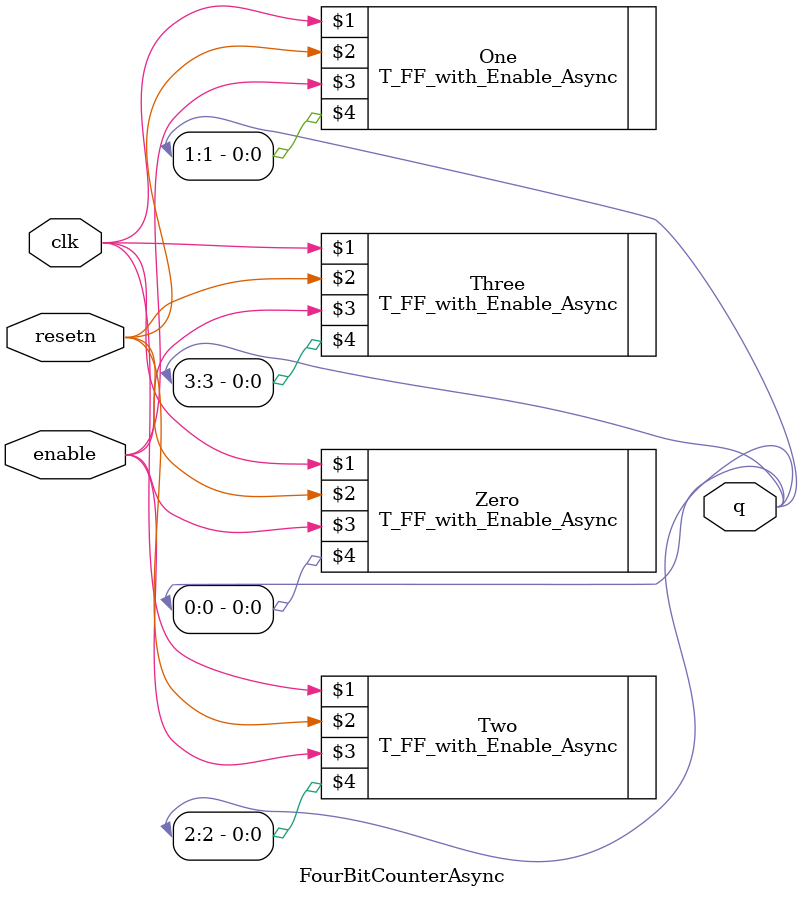
<source format=v>
/*
Anthony De Caria - April 5, 2014

This is a Four Bit Asyncronous Counter.
*/

module FourBitCounterAsync(clk, resetn, enable, q);
	
	input clk;
	input resetn;
	input enable;
	output [3:0]q;
	
	T_FF_with_Enable_Async Three(clk, resetn, enable, q[3]);
	T_FF_with_Enable_Async Two(clk, resetn, enable, q[2]);
	T_FF_with_Enable_Async One(clk, resetn, enable, q[1]);
	T_FF_with_Enable_Async Zero(clk, resetn, enable, q[0]);
	
endmodule

</source>
